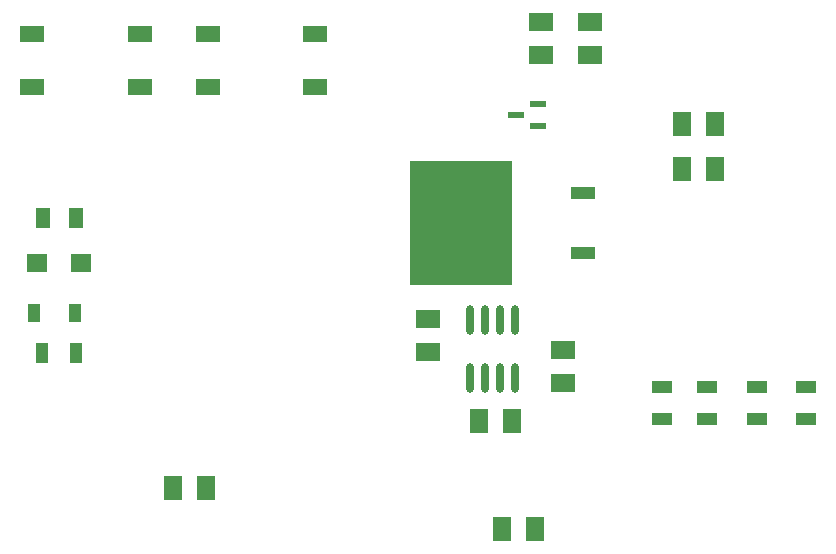
<source format=gtp>
G04*
G04 #@! TF.GenerationSoftware,Altium Limited,Altium Designer,19.1.7 (138)*
G04*
G04 Layer_Color=8421504*
%FSLAX25Y25*%
%MOIN*%
G70*
G01*
G75*
%ADD19R,0.06890X0.05906*%
%ADD20R,0.04331X0.06299*%
%ADD21R,0.04331X0.06693*%
%ADD22R,0.05118X0.07087*%
%ADD23R,0.08000X0.06000*%
%ADD24R,0.06000X0.08000*%
%ADD25O,0.02756X0.09843*%
%ADD26R,0.06693X0.04331*%
%ADD27R,0.05512X0.02362*%
%ADD28R,0.08268X0.05512*%
%ADD29R,0.33858X0.41732*%
%ADD30R,0.08268X0.03937*%
D19*
X145618Y319500D02*
D03*
X160382D02*
D03*
D20*
X158193Y303000D02*
D03*
X144807D02*
D03*
D21*
X147291Y289500D02*
D03*
X158709D02*
D03*
D22*
X147488Y334500D02*
D03*
X158512D02*
D03*
D23*
X321000Y290500D02*
D03*
Y279500D02*
D03*
X276000Y301000D02*
D03*
Y290000D02*
D03*
X313500Y389000D02*
D03*
Y400000D02*
D03*
X330000Y389000D02*
D03*
Y400000D02*
D03*
D24*
X191000Y244500D02*
D03*
X202000D02*
D03*
X304000Y267000D02*
D03*
X293000D02*
D03*
X311500Y231000D02*
D03*
X300500D02*
D03*
X371500Y366000D02*
D03*
X360500D02*
D03*
Y351000D02*
D03*
X371500D02*
D03*
D25*
X290000Y281354D02*
D03*
X295000D02*
D03*
X300000D02*
D03*
X305000D02*
D03*
X290000Y300646D02*
D03*
X295000D02*
D03*
X300000D02*
D03*
X305000D02*
D03*
D26*
X402000Y267685D02*
D03*
Y278315D02*
D03*
X369000Y267685D02*
D03*
Y278315D02*
D03*
X385500Y267685D02*
D03*
Y278315D02*
D03*
X354000Y267685D02*
D03*
Y278315D02*
D03*
D27*
X312740Y365260D02*
D03*
Y372740D02*
D03*
X305260Y369000D02*
D03*
D28*
X238413Y395819D02*
D03*
Y378181D02*
D03*
X202587D02*
D03*
Y395819D02*
D03*
X179913D02*
D03*
Y378181D02*
D03*
X144087D02*
D03*
Y395819D02*
D03*
D29*
X287130Y333091D02*
D03*
D30*
X327484Y343092D02*
D03*
Y323092D02*
D03*
M02*

</source>
